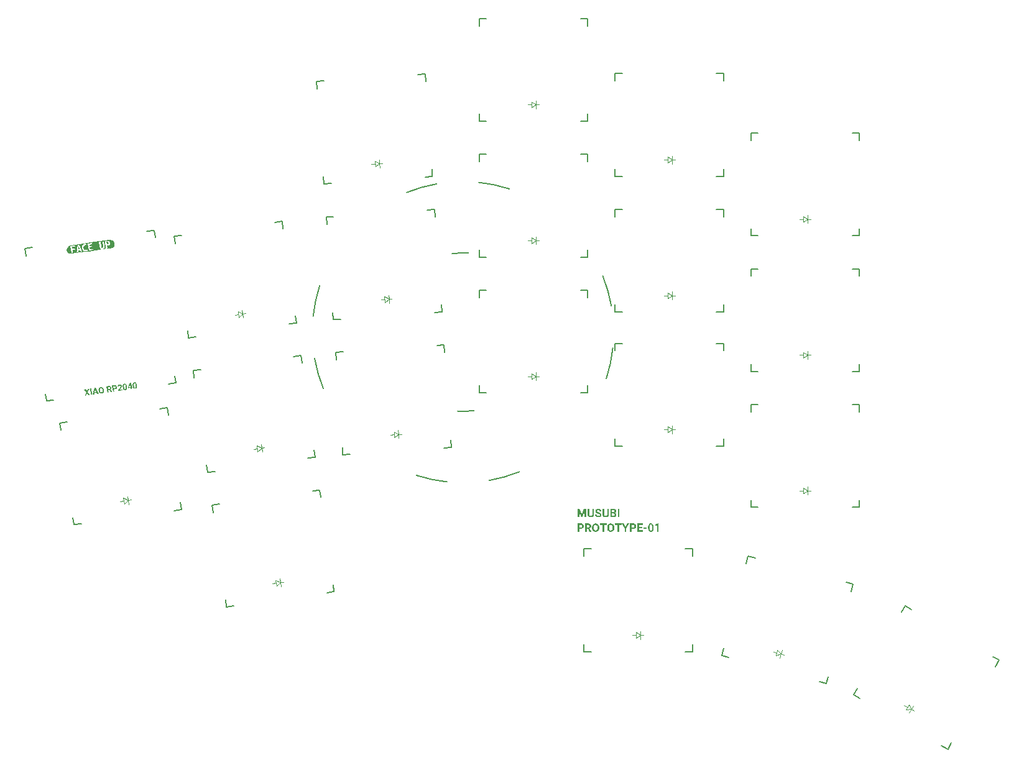
<source format=gto>
G04 #@! TF.GenerationSoftware,KiCad,Pcbnew,(6.0.7-1)-1*
G04 #@! TF.CreationDate,2022-12-29T15:50:44-05:00*
G04 #@! TF.ProjectId,musubi,6d757375-6269-42e6-9b69-6361645f7063,rev?*
G04 #@! TF.SameCoordinates,Original*
G04 #@! TF.FileFunction,Legend,Top*
G04 #@! TF.FilePolarity,Positive*
%FSLAX46Y46*%
G04 Gerber Fmt 4.6, Leading zero omitted, Abs format (unit mm)*
G04 Created by KiCad (PCBNEW (6.0.7-1)-1) date 2022-12-29 15:50:44*
%MOMM*%
%LPD*%
G01*
G04 APERTURE LIST*
G04 Aperture macros list*
%AMHorizOval*
0 Thick line with rounded ends*
0 $1 width*
0 $2 $3 position (X,Y) of the first rounded end (center of the circle)*
0 $4 $5 position (X,Y) of the second rounded end (center of the circle)*
0 Add line between two ends*
20,1,$1,$2,$3,$4,$5,0*
0 Add two circle primitives to create the rounded ends*
1,1,$1,$2,$3*
1,1,$1,$4,$5*%
%AMRotRect*
0 Rectangle, with rotation*
0 The origin of the aperture is its center*
0 $1 length*
0 $2 width*
0 $3 Rotation angle, in degrees counterclockwise*
0 Add horizontal line*
21,1,$1,$2,0,0,$3*%
G04 Aperture macros list end*
%ADD10C,0.100000*%
%ADD11C,0.150000*%
%ADD12C,0.200000*%
%ADD13R,1.200000X1.200000*%
%ADD14O,0.300000X4.100000*%
%ADD15C,1.300000*%
%ADD16O,5.100000X0.300000*%
%ADD17O,2.000000X4.100000*%
%ADD18O,5.100000X4.100000*%
%ADD19C,1.600000*%
%ADD20C,1.400000*%
%ADD21RotRect,1.200000X1.200000X184.000000*%
%ADD22C,1.500000*%
%ADD23O,2.200000X1.600000*%
%ADD24HorizOval,0.300000X2.376643X0.334015X-2.376643X-0.334015X0*%
%ADD25HorizOval,0.300000X-0.264429X1.881509X0.264429X-1.881509X0*%
%ADD26HorizOval,4.100000X0.495134X0.069587X-0.495134X-0.069587X0*%
%ADD27HorizOval,2.000000X-0.146132X1.039781X0.146132X-1.039781X0*%
%ADD28RotRect,1.200000X1.200000X188.000000*%
%ADD29C,4.400000*%
%ADD30C,2.600000*%
%ADD31HorizOval,0.300000X2.394154X0.167416X-2.394154X-0.167416X0*%
%ADD32HorizOval,0.300000X-0.132537X1.895372X0.132537X-1.895372X0*%
%ADD33HorizOval,2.000000X-0.073244X1.047442X0.073244X-1.047442X0*%
%ADD34HorizOval,4.100000X0.498782X0.034878X-0.498782X-0.034878X0*%
%ADD35HorizOval,2.000000X-0.525000X-0.909327X0.525000X0.909327X0*%
%ADD36HorizOval,0.300000X2.078461X-1.200000X-2.078461X1.200000X0*%
%ADD37HorizOval,4.100000X0.433013X-0.250000X-0.433013X0.250000X0*%
%ADD38HorizOval,0.300000X-0.950000X-1.645448X0.950000X1.645448X0*%
%ADD39HorizOval,1.800000X0.470377X0.066107X-0.470377X-0.066107X0*%
%ADD40HorizOval,1.800000X-0.470377X-0.066107X0.470377X0.066107X0*%
%ADD41C,1.397000*%
%ADD42RotRect,1.200000X1.200000X165.000000*%
%ADD43RotRect,1.200000X1.200000X150.000000*%
%ADD44HorizOval,0.300000X2.318222X-0.621166X-2.318222X0.621166X0*%
%ADD45HorizOval,4.100000X0.482963X-0.129410X-0.482963X0.129410X0*%
%ADD46HorizOval,0.300000X-0.491756X-1.835259X0.491756X1.835259X0*%
%ADD47HorizOval,2.000000X-0.271760X-1.014222X0.271760X1.014222X0*%
G04 APERTURE END LIST*
D10*
X154618354Y-98392001D02*
X154618354Y-97592001D01*
X155218354Y-97992001D02*
X155218354Y-98542001D01*
X155218354Y-97992001D02*
X155218354Y-97442001D01*
X154618354Y-97992001D02*
X154118354Y-97992001D01*
X155618354Y-97992001D02*
X155218354Y-97992001D01*
X154618354Y-97592001D02*
X155218354Y-97992001D01*
X155218354Y-97992001D02*
X154618354Y-98392001D01*
D11*
X162268354Y-49504495D02*
X162268354Y-50504495D01*
X148468354Y-63504495D02*
X147468354Y-63504495D01*
X161268346Y-63504331D02*
X162268346Y-63504331D01*
X147468354Y-49504495D02*
X148468354Y-49504495D01*
X147468346Y-62504331D02*
X147468346Y-63504331D01*
X147468354Y-50504495D02*
X147468354Y-49504495D01*
X162268346Y-49504331D02*
X161268346Y-49504331D01*
X162268346Y-63504331D02*
X162268346Y-62504331D01*
D10*
X117970124Y-98654008D02*
X117931758Y-98105348D01*
X117343683Y-98296836D02*
X117970124Y-98654008D01*
X117970124Y-98654008D02*
X118008490Y-99202668D01*
X117399489Y-99094888D02*
X117343683Y-98296836D01*
X117371586Y-98695862D02*
X116872804Y-98730740D01*
X118369150Y-98626106D02*
X117970124Y-98654008D01*
X117970124Y-98654008D02*
X117399489Y-99094888D01*
X137095055Y-53741968D02*
X136695055Y-53741968D01*
X136095055Y-53741968D02*
X135595055Y-53741968D01*
X136695055Y-53741968D02*
X136095055Y-54141968D01*
X136095055Y-54141968D02*
X136095055Y-53341968D01*
X136695055Y-53741968D02*
X136695055Y-53191968D01*
X136095055Y-53341968D02*
X136695055Y-53741968D01*
X136695055Y-53741968D02*
X136695055Y-54291968D01*
X173694979Y-69341961D02*
X173694979Y-69891961D01*
X173694979Y-69341961D02*
X173694979Y-68791961D01*
X173094979Y-68941961D02*
X173694979Y-69341961D01*
X174094979Y-69341961D02*
X173694979Y-69341961D01*
X173094979Y-69741961D02*
X173094979Y-68941961D01*
X173094979Y-69341961D02*
X172594979Y-69341961D01*
X173694979Y-69341961D02*
X173094979Y-69741961D01*
D11*
X157991707Y-114268116D02*
X156991707Y-114268116D01*
X157991715Y-114268280D02*
X157991715Y-115268280D01*
X143191715Y-115268280D02*
X143191715Y-114268280D01*
X157991707Y-128268116D02*
X157991707Y-127268116D01*
X143191707Y-127268116D02*
X143191707Y-128268116D01*
X156991707Y-128268116D02*
X157991707Y-128268116D01*
X143191715Y-114268280D02*
X144191715Y-114268280D01*
X144191715Y-128268280D02*
X143191715Y-128268280D01*
X92597347Y-108298650D02*
X93587615Y-108159477D01*
X108211439Y-120241653D02*
X109201707Y-120102480D01*
X92736520Y-109288918D02*
X92597347Y-108298650D01*
X95536039Y-122023230D02*
X94545771Y-122162403D01*
X109201707Y-120102480D02*
X109062534Y-119112212D01*
X107253284Y-106238727D02*
X106263016Y-106377900D01*
X107253315Y-106238888D02*
X107392488Y-107229156D01*
X94406567Y-121171973D02*
X94545740Y-122162241D01*
D10*
X101905467Y-118843324D02*
X101366975Y-119322936D01*
X102301574Y-118787655D02*
X101905467Y-118843324D01*
X101905467Y-118843324D02*
X101982012Y-119387972D01*
X101905467Y-118843324D02*
X101828922Y-118298677D01*
X101311306Y-118926828D02*
X100816172Y-118996415D01*
X101366975Y-119322936D02*
X101255637Y-118530721D01*
X101255637Y-118530721D02*
X101905467Y-118843324D01*
X173094977Y-87441952D02*
X173694977Y-87841952D01*
X173694977Y-87841952D02*
X173694977Y-88391952D01*
X173694977Y-87841952D02*
X173694977Y-87291952D01*
X174094977Y-87841952D02*
X173694977Y-87841952D01*
X173694977Y-87841952D02*
X173094977Y-88241952D01*
X173094977Y-87841952D02*
X172594977Y-87841952D01*
X173094977Y-88241952D02*
X173094977Y-87441952D01*
G36*
X78497116Y-92926933D02*
G01*
X78324405Y-92951206D01*
X78222851Y-92228606D01*
X78398972Y-92228606D01*
X78434330Y-92480189D01*
X78573650Y-92460609D01*
X78630202Y-92444222D01*
X78669745Y-92413347D01*
X78690983Y-92370220D01*
X78692615Y-92317081D01*
X78676752Y-92265300D01*
X78645829Y-92228551D01*
X78599575Y-92209073D01*
X78537717Y-92209107D01*
X78398972Y-92228606D01*
X78222851Y-92228606D01*
X78206601Y-92112984D01*
X78518056Y-92069212D01*
X78610563Y-92063713D01*
X78690041Y-92075047D01*
X78756490Y-92103215D01*
X78808324Y-92147137D01*
X78843955Y-92205729D01*
X78863383Y-92278991D01*
X78865155Y-92358952D01*
X78846357Y-92427272D01*
X78806885Y-92485289D01*
X78746632Y-92534339D01*
X78976119Y-92851395D01*
X78977251Y-92859455D01*
X78791875Y-92885508D01*
X78591584Y-92600746D01*
X78453991Y-92620084D01*
X78497116Y-92926933D01*
G37*
G36*
X80693499Y-92619752D02*
G01*
X80619413Y-92599440D01*
X80556832Y-92557030D01*
X80506650Y-92493765D01*
X80469758Y-92410888D01*
X80446157Y-92308402D01*
X80424473Y-92154113D01*
X80417435Y-92045320D01*
X80421962Y-92009893D01*
X80582308Y-92009893D01*
X80585754Y-92094461D01*
X80614396Y-92298260D01*
X80633927Y-92386584D01*
X80663718Y-92446609D01*
X80705308Y-92478850D01*
X80760239Y-92483825D01*
X80811093Y-92464497D01*
X80841606Y-92423663D01*
X80853691Y-92360322D01*
X80849263Y-92273470D01*
X80821269Y-92074278D01*
X80801492Y-91985253D01*
X80771452Y-91926585D01*
X80729960Y-91896091D01*
X80675831Y-91891590D01*
X80626397Y-91910058D01*
X80595539Y-91948960D01*
X80582308Y-92009893D01*
X80421962Y-92009893D01*
X80429224Y-91953058D01*
X80459838Y-91877328D01*
X80508420Y-91818968D01*
X80574106Y-91778818D01*
X80656898Y-91756876D01*
X80742486Y-91755056D01*
X80816558Y-91775271D01*
X80879116Y-91817522D01*
X80929276Y-91880627D01*
X80966154Y-91963408D01*
X80989750Y-92065863D01*
X81011434Y-92220150D01*
X81018452Y-92328099D01*
X81006925Y-92420128D01*
X80976852Y-92496239D01*
X80928649Y-92555198D01*
X80862728Y-92595773D01*
X80779091Y-92617964D01*
X80693499Y-92619752D01*
G37*
G36*
X76263392Y-93240863D02*
G01*
X76090681Y-93265136D01*
X75972877Y-92426913D01*
X76145588Y-92402640D01*
X76263392Y-93240863D01*
G37*
G36*
X77483373Y-93075472D02*
G01*
X77419043Y-93067488D01*
X77358138Y-93047672D01*
X77302369Y-93016601D01*
X77253449Y-92974847D01*
X77211377Y-92922411D01*
X77177219Y-92860839D01*
X77152039Y-92791678D01*
X77135839Y-92714929D01*
X77130013Y-92673479D01*
X77123836Y-92593558D01*
X77125684Y-92563951D01*
X77298765Y-92563951D01*
X77304460Y-92644852D01*
X77310205Y-92685727D01*
X77326580Y-92764181D01*
X77351647Y-92828366D01*
X77385407Y-92878285D01*
X77450441Y-92923303D01*
X77531225Y-92930002D01*
X77605684Y-92902145D01*
X77655200Y-92843011D01*
X77673803Y-92786939D01*
X77680221Y-92718426D01*
X77674453Y-92637471D01*
X77668709Y-92596595D01*
X77652100Y-92516478D01*
X77626978Y-92451909D01*
X77593344Y-92402886D01*
X77528841Y-92359555D01*
X77449002Y-92353310D01*
X77374378Y-92381044D01*
X77324370Y-92439807D01*
X77305402Y-92495603D01*
X77298765Y-92563951D01*
X77125684Y-92563951D01*
X77128501Y-92518834D01*
X77144005Y-92449305D01*
X77169708Y-92386659D01*
X77204966Y-92332586D01*
X77249776Y-92287084D01*
X77302742Y-92251102D01*
X77362462Y-92225586D01*
X77428936Y-92210536D01*
X77496984Y-92206680D01*
X77561424Y-92214746D01*
X77622256Y-92234736D01*
X77677873Y-92266123D01*
X77726668Y-92308383D01*
X77768643Y-92361518D01*
X77802703Y-92424015D01*
X77827756Y-92494368D01*
X77843803Y-92572574D01*
X77849062Y-92609996D01*
X77855321Y-92689806D01*
X77850904Y-92764202D01*
X77835812Y-92833185D01*
X77810526Y-92895314D01*
X77775530Y-92949156D01*
X77730824Y-92994708D01*
X77677817Y-93030859D01*
X77617919Y-93056498D01*
X77551129Y-93071624D01*
X77483373Y-93075472D01*
G37*
G36*
X79249559Y-92821184D02*
G01*
X79076849Y-92845457D01*
X78975294Y-92122857D01*
X79151416Y-92122857D01*
X79188392Y-92385953D01*
X79342679Y-92364270D01*
X79401923Y-92347725D01*
X79442638Y-92317345D01*
X79464122Y-92274405D01*
X79465674Y-92220176D01*
X79448778Y-92165752D01*
X79415407Y-92125677D01*
X79368184Y-92102960D01*
X79309733Y-92100607D01*
X79151416Y-92122857D01*
X78975294Y-92122857D01*
X78959044Y-92007235D01*
X79286042Y-91961278D01*
X79375986Y-91957443D01*
X79456987Y-91972478D01*
X79526263Y-92005378D01*
X79581029Y-92055140D01*
X79619516Y-92119080D01*
X79639950Y-92194509D01*
X79641309Y-92272170D01*
X79622297Y-92340888D01*
X79582917Y-92400661D01*
X79525045Y-92449075D01*
X79450560Y-92483711D01*
X79359462Y-92504570D01*
X79208053Y-92525849D01*
X79249559Y-92821184D01*
G37*
G36*
X76569572Y-93021710D02*
G01*
X76536274Y-93202512D01*
X76352626Y-93228322D01*
X76430367Y-92875261D01*
X76596543Y-92875261D01*
X76806099Y-92845810D01*
X76656649Y-92546858D01*
X76596543Y-92875261D01*
X76430367Y-92875261D01*
X76546852Y-92346246D01*
X76706897Y-92323753D01*
X77138459Y-93117880D01*
X76954810Y-93143690D01*
X76872392Y-92979151D01*
X76616204Y-93015156D01*
X76569572Y-93021710D01*
G37*
G36*
X75682994Y-92891521D02*
G01*
X75992812Y-93278890D01*
X75791892Y-93307128D01*
X75589431Y-93036174D01*
X75469499Y-93352437D01*
X75268579Y-93380675D01*
X75459622Y-92922914D01*
X75157107Y-92541562D01*
X75355724Y-92513648D01*
X75553507Y-92780563D01*
X75670058Y-92469472D01*
X75868675Y-92441558D01*
X75682994Y-92891521D01*
G37*
G36*
X82046399Y-92429615D02*
G01*
X81972312Y-92409303D01*
X81909732Y-92366893D01*
X81859549Y-92303627D01*
X81822658Y-92220751D01*
X81799057Y-92118264D01*
X81777373Y-91963975D01*
X81770335Y-91855182D01*
X81774861Y-91819755D01*
X81935208Y-91819755D01*
X81938654Y-91904324D01*
X81967296Y-92108122D01*
X81986827Y-92196446D01*
X82016618Y-92256471D01*
X82058208Y-92288712D01*
X82113138Y-92293688D01*
X82163992Y-92274359D01*
X82194505Y-92233525D01*
X82206591Y-92170184D01*
X82202164Y-92083332D01*
X82174169Y-91884140D01*
X82154393Y-91795115D01*
X82124352Y-91736447D01*
X82082861Y-91705954D01*
X82028731Y-91701452D01*
X81979298Y-91719921D01*
X81948439Y-91758822D01*
X81935208Y-91819755D01*
X81774861Y-91819755D01*
X81782123Y-91762921D01*
X81812739Y-91687191D01*
X81861319Y-91628831D01*
X81927007Y-91588680D01*
X82009799Y-91566738D01*
X82095385Y-91564918D01*
X82169458Y-91585134D01*
X82232016Y-91627384D01*
X82282176Y-91690490D01*
X82319054Y-91773270D01*
X82342650Y-91875725D01*
X82364334Y-92030013D01*
X82371352Y-92137962D01*
X82359824Y-92229991D01*
X82329752Y-92306102D01*
X82281548Y-92365060D01*
X82215628Y-92405635D01*
X82131990Y-92427826D01*
X82046399Y-92429615D01*
G37*
G36*
X81129070Y-92372108D02*
G01*
X81106861Y-92268382D01*
X81130674Y-92215720D01*
X81268536Y-92215720D01*
X81453913Y-92189667D01*
X81412325Y-91893756D01*
X81404057Y-91914291D01*
X81268536Y-92215720D01*
X81130674Y-92215720D01*
X81378720Y-91667172D01*
X81546824Y-91643546D01*
X81620290Y-92166284D01*
X81715282Y-92152934D01*
X81734134Y-92287072D01*
X81639142Y-92300423D01*
X81664629Y-92481768D01*
X81498251Y-92505151D01*
X81472765Y-92323805D01*
X81287388Y-92349858D01*
X81129070Y-92372108D01*
G37*
G36*
X80125571Y-91859728D02*
G01*
X80184638Y-91886652D01*
X80231082Y-91928199D01*
X80263200Y-91983371D01*
X80280989Y-92052167D01*
X80281749Y-92116052D01*
X80266551Y-92183353D01*
X80232607Y-92259305D01*
X80177133Y-92349146D01*
X80014813Y-92576847D01*
X80375203Y-92526197D01*
X80394055Y-92660336D01*
X79819504Y-92741084D01*
X79803484Y-92627095D01*
X80034022Y-92299984D01*
X80074568Y-92236018D01*
X80101667Y-92181869D01*
X80116302Y-92091751D01*
X80102240Y-92042871D01*
X80075753Y-92007921D01*
X79990665Y-91987297D01*
X79941584Y-92004101D01*
X79907180Y-92038657D01*
X79889105Y-92087062D01*
X79889015Y-92145416D01*
X79722060Y-92168880D01*
X79720904Y-92094337D01*
X79738957Y-92023846D01*
X79775130Y-91961155D01*
X79828339Y-91910014D01*
X79895789Y-91873016D01*
X79974691Y-91852754D01*
X80055589Y-91848429D01*
X80125571Y-91859728D01*
G37*
D11*
X110327056Y-100453868D02*
X110396813Y-101451432D01*
X109489998Y-88483262D02*
X109420242Y-87485698D01*
X109420242Y-87485698D02*
X110417806Y-87415942D01*
X124184190Y-86453302D02*
X124253946Y-87450866D01*
X124184170Y-86453139D02*
X123186606Y-86522896D01*
X111394396Y-101381838D02*
X110396832Y-101451595D01*
X124163197Y-100488792D02*
X125160761Y-100419036D01*
X125160761Y-100419036D02*
X125091004Y-99421472D01*
X186964961Y-122031539D02*
X187830986Y-122531539D01*
X191916187Y-141055749D02*
X192782212Y-141555749D01*
X180830986Y-134655895D02*
X179964961Y-134155895D01*
X186464961Y-122897565D02*
X186964961Y-122031539D01*
X199782212Y-129431393D02*
X198916187Y-128931393D01*
X199782137Y-129431539D02*
X199282137Y-130297565D01*
X192782212Y-141555749D02*
X193282212Y-140689724D01*
X180465036Y-133289724D02*
X179965036Y-134155749D01*
X74774938Y-110820994D02*
X73784670Y-110960167D01*
X73645466Y-109969737D02*
X73784639Y-110960005D01*
X87450338Y-109039417D02*
X88440606Y-108900244D01*
X86492183Y-95036491D02*
X85501915Y-95175664D01*
X71975419Y-98086682D02*
X71836246Y-97096414D01*
X86492214Y-95036652D02*
X86631387Y-96026920D01*
X71836246Y-97096414D02*
X72826514Y-96957241D01*
X88440606Y-108900244D02*
X88301433Y-107909976D01*
D12*
X127508925Y-73964823D02*
G75*
G03*
X126379164Y-73945102I-753024J-10768603D01*
G01*
X133086606Y-65214563D02*
G75*
G03*
X128902506Y-64326179I-6330702J-19518963D01*
G01*
X146963800Y-81168609D02*
G75*
G03*
X145785713Y-77056674I-20207915J-3564924D01*
G01*
X146274868Y-91064226D02*
G75*
G03*
X147163251Y-86880128I-19519014J6330710D01*
G01*
X106548008Y-88298443D02*
G75*
G03*
X107726096Y-92410380I20207849J3564905D01*
G01*
X126002883Y-95502230D02*
G75*
G03*
X127132644Y-95521950I753018J10768625D01*
G01*
X120425204Y-104252489D02*
G75*
G03*
X124609302Y-105140873I6330700J19518963D01*
G01*
X130320821Y-104941422D02*
G75*
G03*
X134432758Y-103763334I-3564917J20207896D01*
G01*
X123190987Y-64525630D02*
G75*
G03*
X119079049Y-65703718I3564912J-20207879D01*
G01*
X127132644Y-95521951D02*
G75*
G03*
X128258278Y-95423470I-376737J10788325D01*
G01*
X126379164Y-73945102D02*
G75*
G03*
X125253530Y-74043582I376731J-10788345D01*
G01*
X107236942Y-78402823D02*
G75*
G03*
X106348557Y-82586924I19518945J-6330700D01*
G01*
D11*
X165944975Y-95592115D02*
X165944975Y-94592115D01*
X165944967Y-107591951D02*
X165944967Y-108591951D01*
X180744975Y-94592115D02*
X180744975Y-95592115D01*
X179744967Y-108591951D02*
X180744967Y-108591951D01*
X180744967Y-108591951D02*
X180744967Y-107591951D01*
X180744967Y-94591951D02*
X179744967Y-94591951D01*
X166944975Y-108592115D02*
X165944975Y-108592115D01*
X165944975Y-94592115D02*
X166944975Y-94592115D01*
D10*
X136700019Y-90741977D02*
X136100019Y-91141977D01*
X137100019Y-90741977D02*
X136700019Y-90741977D01*
X136100019Y-90741977D02*
X135600019Y-90741977D01*
X136100019Y-90341977D02*
X136700019Y-90741977D01*
X136700019Y-90741977D02*
X136700019Y-90191977D01*
X136100019Y-91141977D02*
X136100019Y-90341977D01*
X136700019Y-90741977D02*
X136700019Y-91291977D01*
X115390356Y-61761419D02*
X115428722Y-62310079D01*
X114791818Y-61803273D02*
X114293036Y-61838151D01*
X115390356Y-61761419D02*
X114819721Y-62202299D01*
X115789382Y-61733517D02*
X115390356Y-61761419D01*
X114819721Y-62202299D02*
X114763915Y-61404247D01*
X115390356Y-61761419D02*
X115351990Y-61212759D01*
X114763915Y-61404247D02*
X115390356Y-61761419D01*
D11*
X143745054Y-42004482D02*
X143745054Y-43004482D01*
X143745046Y-42004318D02*
X142745046Y-42004318D01*
X142745046Y-56004318D02*
X143745046Y-56004318D01*
X129945054Y-56004482D02*
X128945054Y-56004482D01*
X128945054Y-43004482D02*
X128945054Y-42004482D01*
X128945054Y-42004482D02*
X129945054Y-42004482D01*
X143745046Y-56004318D02*
X143745046Y-55004318D01*
X128945046Y-55004318D02*
X128945046Y-56004318D01*
X90161127Y-90964004D02*
X90021954Y-89973736D01*
X105636046Y-101916739D02*
X106626314Y-101777566D01*
X92960646Y-103698316D02*
X91970378Y-103837489D01*
X104677891Y-87913813D02*
X103687623Y-88052986D01*
X91831174Y-102847059D02*
X91970347Y-103837327D01*
X104677922Y-87913974D02*
X104817095Y-88904242D01*
X106626314Y-101777566D02*
X106487141Y-100787298D01*
X90021954Y-89973736D02*
X91012222Y-89834563D01*
G36*
X148370162Y-110982653D02*
G01*
X148026961Y-110982653D01*
X148026961Y-111916070D01*
X147796108Y-111916070D01*
X147796108Y-110982653D01*
X147457523Y-110982653D01*
X147457523Y-110795662D01*
X148370162Y-110795662D01*
X148370162Y-110982653D01*
G37*
G36*
X152136488Y-111877765D02*
G01*
X152062273Y-111810647D01*
X152008151Y-111718476D01*
X151975062Y-111603050D01*
X151964545Y-111482066D01*
X152185395Y-111482066D01*
X152194725Y-111601436D01*
X152222716Y-111685601D01*
X152271292Y-111735523D01*
X152342375Y-111752164D01*
X152412593Y-111736196D01*
X152460110Y-111688294D01*
X152487620Y-111607496D01*
X152497816Y-111492839D01*
X152497816Y-111226588D01*
X152488294Y-111106256D01*
X152459725Y-111023822D01*
X152410958Y-110976209D01*
X152340836Y-110960338D01*
X152272638Y-110975439D01*
X152225025Y-111020744D01*
X152196457Y-111098176D01*
X152185395Y-111209659D01*
X152185395Y-111482066D01*
X151964545Y-111482066D01*
X151963007Y-111464367D01*
X151963007Y-111258138D01*
X151973822Y-111114240D01*
X152006270Y-110995479D01*
X152060350Y-110901855D01*
X152134778Y-110834309D01*
X152228274Y-110793781D01*
X152340836Y-110780272D01*
X152453356Y-110793653D01*
X152546723Y-110833796D01*
X152620938Y-110900700D01*
X152675060Y-110992657D01*
X152708149Y-111107955D01*
X152720205Y-111246595D01*
X152720205Y-111452824D01*
X152709517Y-111595611D01*
X152677454Y-111714116D01*
X152624016Y-111808338D01*
X152549972Y-111876739D01*
X152456092Y-111917780D01*
X152342375Y-111931460D01*
X152229856Y-111918036D01*
X152136488Y-111877765D01*
G37*
G36*
X146810410Y-108803081D02*
G01*
X147205735Y-108803081D01*
X147331653Y-108811823D01*
X147435523Y-108838049D01*
X147517344Y-108881759D01*
X147576341Y-108942349D01*
X147611739Y-109019218D01*
X147623539Y-109112365D01*
X147612881Y-109190364D01*
X147580906Y-109258480D01*
X147529940Y-109313225D01*
X147462308Y-109351110D01*
X147539920Y-109383860D01*
X147599122Y-109438701D01*
X147636619Y-109511953D01*
X147649119Y-109599932D01*
X147637578Y-109699667D01*
X147602954Y-109781833D01*
X147545249Y-109846428D01*
X147466184Y-109893109D01*
X147367482Y-109921531D01*
X147249143Y-109931695D01*
X146810410Y-109931695D01*
X146810410Y-109744884D01*
X147042954Y-109744884D01*
X147242167Y-109744884D01*
X147315321Y-109735098D01*
X147370454Y-109705739D01*
X147416575Y-109597606D01*
X147398746Y-109511221D01*
X147345261Y-109458769D01*
X147256119Y-109440252D01*
X147042954Y-109440252D01*
X147042954Y-109744884D01*
X146810410Y-109744884D01*
X146810410Y-109275921D01*
X147042954Y-109275921D01*
X147215037Y-109275921D01*
X147312791Y-109258953D01*
X147371444Y-109212186D01*
X147390995Y-109135619D01*
X147379852Y-109069635D01*
X147346424Y-109025161D01*
X147288966Y-108999872D01*
X147205735Y-108991442D01*
X147042954Y-108991442D01*
X147042954Y-109275921D01*
X146810410Y-109275921D01*
X146810410Y-108803081D01*
G37*
G36*
X142584214Y-111916070D02*
G01*
X142353360Y-111916070D01*
X142353360Y-111334320D01*
X142584214Y-111334320D01*
X142790442Y-111334320D01*
X142871145Y-111323546D01*
X142930108Y-111291227D01*
X142966179Y-111238900D01*
X142978203Y-111168105D01*
X142966083Y-111093655D01*
X142929724Y-111034980D01*
X142872010Y-110996505D01*
X142795829Y-110982653D01*
X142584214Y-110982653D01*
X142584214Y-111334320D01*
X142353360Y-111334320D01*
X142353360Y-110795662D01*
X142790442Y-110795662D01*
X142909043Y-110807205D01*
X143012446Y-110841833D01*
X143097188Y-110897719D01*
X143159807Y-110973034D01*
X143198475Y-111063933D01*
X143211364Y-111166566D01*
X143198839Y-111268612D01*
X143161261Y-111355182D01*
X143098631Y-111426276D01*
X143013857Y-111479073D01*
X142909845Y-111510751D01*
X142786595Y-111521311D01*
X142584214Y-111521311D01*
X142584214Y-111916070D01*
G37*
G36*
X146711098Y-111901705D02*
G01*
X146634916Y-111864512D01*
X146567541Y-111813511D01*
X146511111Y-111749770D01*
X146465624Y-111673289D01*
X146432193Y-111586292D01*
X146411929Y-111491000D01*
X146404833Y-111387416D01*
X146404833Y-111381260D01*
X146638764Y-111381260D01*
X146645775Y-111487110D01*
X146666808Y-111575860D01*
X146701864Y-111647510D01*
X146778815Y-111718498D01*
X146883468Y-111742160D01*
X146986198Y-111719363D01*
X147061995Y-111650973D01*
X147096708Y-111580905D01*
X147117741Y-111492283D01*
X147125095Y-111385107D01*
X147125095Y-111330472D01*
X147118083Y-111222399D01*
X147097050Y-111133135D01*
X147061995Y-111062682D01*
X146985428Y-110994004D01*
X146881929Y-110971111D01*
X146779007Y-110993715D01*
X146702633Y-111061528D01*
X146667492Y-111131169D01*
X146646203Y-111219534D01*
X146638764Y-111326625D01*
X146638764Y-111381260D01*
X146404833Y-111381260D01*
X146404833Y-111332011D01*
X146411459Y-111226118D01*
X146431338Y-111129031D01*
X146464470Y-111040751D01*
X146509700Y-110963373D01*
X146565874Y-110898990D01*
X146632993Y-110847604D01*
X146709046Y-110810198D01*
X146792025Y-110787753D01*
X146881929Y-110780272D01*
X146971834Y-110787753D01*
X147054813Y-110810198D01*
X147130866Y-110847604D01*
X147197984Y-110898990D01*
X147254158Y-110963373D01*
X147299389Y-111040751D01*
X147332520Y-111128946D01*
X147352399Y-111225776D01*
X147359026Y-111331242D01*
X147359026Y-111381260D01*
X147352528Y-111487025D01*
X147333033Y-111583727D01*
X147300543Y-111671365D01*
X147255954Y-111748145D01*
X147200165Y-111812271D01*
X147133174Y-111863743D01*
X147057036Y-111901363D01*
X146973800Y-111923936D01*
X146883468Y-111931460D01*
X146793949Y-111924021D01*
X146711098Y-111901705D01*
G37*
G36*
X148888043Y-111300461D02*
G01*
X149121205Y-110795662D01*
X149373604Y-110795662D01*
X149005778Y-111509768D01*
X149005778Y-111916070D01*
X148771077Y-111916070D01*
X148771077Y-111509768D01*
X148403251Y-110795662D01*
X148656420Y-110795662D01*
X148888043Y-111300461D01*
G37*
G36*
X151796792Y-111525928D02*
G01*
X151363558Y-111525928D01*
X151363558Y-111346632D01*
X151796792Y-111346632D01*
X151796792Y-111525928D01*
G37*
G36*
X145307789Y-108798527D02*
G01*
X145408945Y-108831374D01*
X145492952Y-108884181D01*
X145555836Y-108955010D01*
X145595077Y-109040276D01*
X145608158Y-109136394D01*
X145375614Y-109136394D01*
X145363406Y-109067503D01*
X145326780Y-109015859D01*
X145268062Y-108983593D01*
X145189579Y-108972838D01*
X145113808Y-108981849D01*
X145057029Y-109008883D01*
X145009745Y-109103838D01*
X145065168Y-109196080D01*
X145133671Y-109232125D01*
X145228336Y-109265844D01*
X145348656Y-109308821D01*
X145445033Y-109358172D01*
X145517466Y-109413897D01*
X145585485Y-109513115D01*
X145608158Y-109634038D01*
X145595842Y-109724687D01*
X145558893Y-109801298D01*
X145497312Y-109863869D01*
X145414888Y-109910163D01*
X145315411Y-109937939D01*
X145198881Y-109947197D01*
X145074470Y-109935280D01*
X144961686Y-109899526D01*
X144867409Y-109843037D01*
X144798518Y-109768914D01*
X144756369Y-109679384D01*
X144742319Y-109576677D01*
X144975638Y-109576677D01*
X144989591Y-109658407D01*
X145031449Y-109716785D01*
X145101212Y-109751812D01*
X145198881Y-109763488D01*
X145272713Y-109755058D01*
X145328330Y-109729769D01*
X145374839Y-109635589D01*
X145328330Y-109534432D01*
X145263218Y-109498194D01*
X145160898Y-109460018D01*
X145052572Y-109421164D01*
X144969437Y-109382891D01*
X144862639Y-109305635D01*
X144798561Y-109212359D01*
X144777201Y-109103063D01*
X144790088Y-109016537D01*
X144828748Y-108939895D01*
X144891535Y-108876042D01*
X144976801Y-108827886D01*
X145079217Y-108797655D01*
X145193455Y-108787578D01*
X145307789Y-108798527D01*
G37*
G36*
X143369884Y-111916070D02*
G01*
X143369884Y-111318929D01*
X143600737Y-111318929D01*
X143786958Y-111318929D01*
X143864102Y-111307868D01*
X143921623Y-111274683D01*
X143957405Y-111222067D01*
X143969332Y-111152715D01*
X143958078Y-111081920D01*
X143924316Y-111028054D01*
X143867276Y-110994004D01*
X143786189Y-110982653D01*
X143600737Y-110982653D01*
X143600737Y-111318929D01*
X143369884Y-111318929D01*
X143369884Y-110795662D01*
X143786189Y-110795662D01*
X143908455Y-110805495D01*
X144010544Y-110834993D01*
X144092454Y-110884156D01*
X144152305Y-110951274D01*
X144188215Y-111034638D01*
X144200185Y-111134247D01*
X144187777Y-111239381D01*
X144150552Y-111325470D01*
X144088125Y-111394245D01*
X144000113Y-111447438D01*
X144242508Y-111905296D01*
X144242508Y-111916070D01*
X143994726Y-111916070D01*
X143784650Y-111505920D01*
X143600737Y-111505920D01*
X143600737Y-111916070D01*
X143369884Y-111916070D01*
G37*
G36*
X148070798Y-109931695D02*
G01*
X147838254Y-109931695D01*
X147838254Y-108803081D01*
X148070798Y-108803081D01*
X148070798Y-109931695D01*
G37*
G36*
X149706802Y-111916070D02*
G01*
X149475949Y-111916070D01*
X149475949Y-111334320D01*
X149706802Y-111334320D01*
X149913031Y-111334320D01*
X149993733Y-111323546D01*
X150052697Y-111291227D01*
X150088768Y-111238900D01*
X150100791Y-111168105D01*
X150088672Y-111093655D01*
X150052312Y-111034980D01*
X149994599Y-110996505D01*
X149918417Y-110982653D01*
X149706802Y-110982653D01*
X149706802Y-111334320D01*
X149475949Y-111334320D01*
X149475949Y-110795662D01*
X149913031Y-110795662D01*
X150031632Y-110807205D01*
X150135035Y-110841833D01*
X150219777Y-110897719D01*
X150282396Y-110973034D01*
X150321064Y-111063933D01*
X150333953Y-111166566D01*
X150321427Y-111268612D01*
X150283849Y-111355182D01*
X150221220Y-111426276D01*
X150136445Y-111479073D01*
X150032433Y-111510751D01*
X149909183Y-111521311D01*
X149706802Y-111521311D01*
X149706802Y-111916070D01*
G37*
G36*
X146307105Y-110982653D02*
G01*
X145963903Y-110982653D01*
X145963903Y-111916070D01*
X145733050Y-111916070D01*
X145733050Y-110982653D01*
X145394466Y-110982653D01*
X145394466Y-110795662D01*
X146307105Y-110795662D01*
X146307105Y-110982653D01*
G37*
G36*
X153410456Y-111916070D02*
G01*
X153188067Y-111916070D01*
X153188067Y-111058835D01*
X152922586Y-111141173D01*
X152922586Y-110960338D01*
X153386601Y-110794123D01*
X153410456Y-110794123D01*
X153410456Y-111916070D01*
G37*
G36*
X151241975Y-110982653D02*
G01*
X150723325Y-110982653D01*
X150723325Y-111249673D01*
X151166563Y-111249673D01*
X151166563Y-111430508D01*
X150723325Y-111430508D01*
X150723325Y-111730617D01*
X151243514Y-111730617D01*
X151243514Y-111916070D01*
X150492472Y-111916070D01*
X150492472Y-110795662D01*
X151241975Y-110795662D01*
X151241975Y-110982653D01*
G37*
G36*
X143966398Y-109547997D02*
G01*
X143979672Y-109643824D01*
X144019495Y-109709615D01*
X144082767Y-109747694D01*
X144166386Y-109760387D01*
X144252378Y-109747500D01*
X144314245Y-109708840D01*
X144351985Y-109644406D01*
X144365598Y-109554198D01*
X144365598Y-108803081D01*
X144598917Y-108803081D01*
X144598917Y-109546447D01*
X144586041Y-109661341D01*
X144547413Y-109759009D01*
X144483033Y-109839452D01*
X144396346Y-109899311D01*
X144290797Y-109935226D01*
X144166386Y-109947197D01*
X144043654Y-109935570D01*
X143939009Y-109900689D01*
X143852451Y-109842553D01*
X143787597Y-109764091D01*
X143748065Y-109668231D01*
X143733854Y-109554973D01*
X143733854Y-108803081D01*
X143966398Y-108803081D01*
X143966398Y-109547997D01*
G37*
G36*
X145987205Y-109547997D02*
G01*
X146000479Y-109643824D01*
X146040302Y-109709615D01*
X146103574Y-109747694D01*
X146187192Y-109760387D01*
X146273185Y-109747500D01*
X146335052Y-109708840D01*
X146372792Y-109644406D01*
X146386405Y-109554198D01*
X146386405Y-108803081D01*
X146619724Y-108803081D01*
X146619724Y-109546447D01*
X146606848Y-109661341D01*
X146568220Y-109759009D01*
X146503840Y-109839452D01*
X146417153Y-109899311D01*
X146311603Y-109935226D01*
X146187192Y-109947197D01*
X146064461Y-109935570D01*
X145959816Y-109900689D01*
X145873258Y-109842553D01*
X145808404Y-109764091D01*
X145768872Y-109668231D01*
X145754661Y-109554973D01*
X145754661Y-108803081D01*
X145987205Y-108803081D01*
X145987205Y-109547997D01*
G37*
G36*
X142947855Y-109621636D02*
G01*
X143236210Y-108803081D01*
X143541617Y-108803081D01*
X143541617Y-109931695D01*
X143308298Y-109931695D01*
X143308298Y-109623186D01*
X143331553Y-109090661D01*
X143026920Y-109931695D01*
X142867240Y-109931695D01*
X142563383Y-109091436D01*
X142586637Y-109623186D01*
X142586637Y-109931695D01*
X142354093Y-109931695D01*
X142354093Y-108803081D01*
X142657950Y-108803081D01*
X142947855Y-109621636D01*
G37*
G36*
X144648040Y-111901705D02*
G01*
X144571859Y-111864512D01*
X144504484Y-111813511D01*
X144448053Y-111749770D01*
X144402567Y-111673289D01*
X144369136Y-111586292D01*
X144348872Y-111491000D01*
X144341775Y-111387416D01*
X144341775Y-111381260D01*
X144575706Y-111381260D01*
X144582718Y-111487110D01*
X144603751Y-111575860D01*
X144638806Y-111647510D01*
X144715757Y-111718498D01*
X144820411Y-111742160D01*
X144923140Y-111719363D01*
X144998937Y-111650973D01*
X145033651Y-111580905D01*
X145054684Y-111492283D01*
X145062037Y-111385107D01*
X145062037Y-111330472D01*
X145055026Y-111222399D01*
X145033993Y-111133135D01*
X144998937Y-111062682D01*
X144922371Y-110994004D01*
X144818872Y-110971111D01*
X144715950Y-110993715D01*
X144639576Y-111061528D01*
X144604435Y-111131169D01*
X144583145Y-111219534D01*
X144575706Y-111326625D01*
X144575706Y-111381260D01*
X144341775Y-111381260D01*
X144341775Y-111332011D01*
X144348402Y-111226118D01*
X144368281Y-111129031D01*
X144401412Y-111040751D01*
X144446642Y-110963373D01*
X144502817Y-110898990D01*
X144569935Y-110847604D01*
X144645988Y-110810198D01*
X144728967Y-110787753D01*
X144818872Y-110780272D01*
X144908776Y-110787753D01*
X144991755Y-110810198D01*
X145067808Y-110847604D01*
X145134927Y-110898990D01*
X145191101Y-110963373D01*
X145236331Y-111040751D01*
X145269463Y-111128946D01*
X145289342Y-111225776D01*
X145295968Y-111331242D01*
X145295968Y-111381260D01*
X145289470Y-111487025D01*
X145269976Y-111583727D01*
X145237485Y-111671365D01*
X145192897Y-111748145D01*
X145137107Y-111812271D01*
X145070117Y-111863743D01*
X144993978Y-111901363D01*
X144910743Y-111923936D01*
X144820411Y-111931460D01*
X144730891Y-111924021D01*
X144648040Y-111901705D01*
G37*
X143745022Y-74504304D02*
X143745022Y-73504304D01*
X142745022Y-74504304D02*
X143745022Y-74504304D01*
X143745030Y-60504468D02*
X143745030Y-61504468D01*
X143745022Y-60504304D02*
X142745022Y-60504304D01*
X128945030Y-60504468D02*
X129945030Y-60504468D01*
X129945030Y-74504468D02*
X128945030Y-74504468D01*
X128945030Y-61504468D02*
X128945030Y-60504468D01*
X128945022Y-73504304D02*
X128945022Y-74504304D01*
X87633153Y-91652565D02*
X87493980Y-90662297D01*
X84710518Y-70856935D02*
X83720250Y-70996109D01*
X70026186Y-94127063D02*
X69887013Y-93136795D01*
X84710518Y-70856935D02*
X84849691Y-71847203D01*
X67103551Y-73331433D02*
X67242724Y-74321701D01*
X87633153Y-91652565D02*
X86642885Y-91791738D01*
X70026186Y-94127063D02*
X71016454Y-93987889D01*
X67103551Y-73331433D02*
X68093819Y-73192260D01*
G36*
X78439057Y-72441543D02*
G01*
X78480549Y-72484407D01*
X78502334Y-72555288D01*
X78501287Y-72633386D01*
X78472958Y-72688466D01*
X78418292Y-72724403D01*
X78338237Y-72745073D01*
X78259634Y-72756120D01*
X78215447Y-72441709D01*
X78262842Y-72431040D01*
X78310680Y-72423517D01*
X78381289Y-72422610D01*
X78439057Y-72441543D01*
G37*
G36*
X75388525Y-73783036D02*
G01*
X74701538Y-73879585D01*
X73450186Y-74055451D01*
X73450055Y-74055470D01*
X73336668Y-74060173D01*
X73224540Y-74042665D01*
X73117983Y-74003618D01*
X73021091Y-73944532D01*
X72937588Y-73867680D01*
X72870682Y-73776014D01*
X72822946Y-73673056D01*
X72796213Y-73562764D01*
X72791510Y-73449376D01*
X72809018Y-73337248D01*
X72848065Y-73230692D01*
X72907150Y-73133800D01*
X72984003Y-73050296D01*
X73057825Y-72996414D01*
X73301348Y-72996414D01*
X73438108Y-73969513D01*
X73631471Y-73942338D01*
X73621442Y-73870975D01*
X74139243Y-73870975D01*
X74340465Y-73842695D01*
X74352889Y-73611706D01*
X74612278Y-73575251D01*
X74689461Y-73793647D01*
X74896971Y-73764483D01*
X74855528Y-73657802D01*
X74814219Y-73554372D01*
X74773048Y-73454193D01*
X74732012Y-73357266D01*
X74691114Y-73263589D01*
X74641829Y-73153667D01*
X74877255Y-73153667D01*
X74885075Y-73269194D01*
X74907996Y-73383099D01*
X74942517Y-73481146D01*
X74988634Y-73563337D01*
X75046351Y-73629670D01*
X75139805Y-73691346D01*
X75250794Y-73720635D01*
X75379319Y-73717534D01*
X75464447Y-73700160D01*
X75537472Y-73673665D01*
X75641783Y-73611714D01*
X75571619Y-73466073D01*
X75497091Y-73511817D01*
X75374544Y-73546673D01*
X75259218Y-73540238D01*
X75174201Y-73484254D01*
X75132786Y-73420874D01*
X75101692Y-73338410D01*
X75080919Y-73236861D01*
X75073852Y-73148080D01*
X75079605Y-73073529D01*
X75120156Y-72962826D01*
X75189453Y-72896979D01*
X75275955Y-72867989D01*
X75395393Y-72868036D01*
X75488275Y-72895861D01*
X75516929Y-72734730D01*
X75482050Y-72720395D01*
X75426073Y-72704216D01*
X75350210Y-72694839D01*
X75255459Y-72699338D01*
X75164485Y-72720740D01*
X75083353Y-72757993D01*
X75013749Y-72810257D01*
X74957360Y-72876695D01*
X74915083Y-72956580D01*
X74887820Y-73049184D01*
X74877255Y-73153667D01*
X74641829Y-73153667D01*
X74640254Y-73150154D01*
X74589751Y-73039975D01*
X74539607Y-72933052D01*
X74489818Y-72829386D01*
X74279164Y-72858991D01*
X74260983Y-72971308D01*
X74242642Y-73086755D01*
X74224138Y-73205329D01*
X74205473Y-73327033D01*
X74190826Y-73427682D01*
X74176881Y-73532401D01*
X74163634Y-73641189D01*
X74151089Y-73754047D01*
X74139243Y-73870975D01*
X73621442Y-73870975D01*
X73572923Y-73525745D01*
X73925062Y-73476255D01*
X73902526Y-73315906D01*
X73550387Y-73365396D01*
X73517247Y-73129588D01*
X73919691Y-73073028D01*
X73897156Y-72912679D01*
X73301348Y-72996414D01*
X73057825Y-72996414D01*
X73075668Y-72983391D01*
X73178627Y-72935654D01*
X73288919Y-72908922D01*
X73289049Y-72908903D01*
X75024453Y-72665008D01*
X75659424Y-72665008D01*
X75796184Y-73638107D01*
X76420289Y-73550395D01*
X76397753Y-73390046D01*
X75967011Y-73450582D01*
X75928568Y-73177046D01*
X76272847Y-73128660D01*
X76250311Y-72968311D01*
X75906033Y-73016697D01*
X75875322Y-72798182D01*
X76271479Y-72742506D01*
X76248944Y-72582157D01*
X75659424Y-72665008D01*
X75024453Y-72665008D01*
X76558776Y-72449373D01*
X77193745Y-72449373D01*
X77281016Y-73070333D01*
X77296324Y-73150741D01*
X77318388Y-73222184D01*
X77348615Y-73283263D01*
X77388408Y-73332577D01*
X77500300Y-73392999D01*
X77574366Y-73402427D01*
X77661937Y-73396733D01*
X77749060Y-73377876D01*
X77818640Y-73348259D01*
X77872359Y-73308446D01*
X77911901Y-73259005D01*
X77937740Y-73200467D01*
X77950352Y-73133368D01*
X77951869Y-73058610D01*
X77944421Y-72977097D01*
X77857151Y-72356138D01*
X77663789Y-72383313D01*
X77749071Y-72990125D01*
X77757254Y-73093977D01*
X77744745Y-73164668D01*
X77707492Y-73207578D01*
X77641441Y-73228082D01*
X77572295Y-73226578D01*
X77525555Y-73196275D01*
X77494942Y-73132446D01*
X77474182Y-73030360D01*
X77388680Y-72421977D01*
X77193745Y-72449373D01*
X76558776Y-72449373D01*
X77278895Y-72348167D01*
X78005119Y-72348167D01*
X78140112Y-73308689D01*
X78333474Y-73281514D01*
X78287298Y-72952956D01*
X78356468Y-72943235D01*
X78471498Y-72918251D01*
X78565057Y-72878651D01*
X78637148Y-72824434D01*
X78685552Y-72753774D01*
X78708055Y-72664846D01*
X78704657Y-72557649D01*
X78678610Y-72454703D01*
X78632877Y-72376433D01*
X78567454Y-72322840D01*
X78484121Y-72291356D01*
X78384654Y-72279419D01*
X78269054Y-72287026D01*
X78207964Y-72297216D01*
X78137775Y-72311087D01*
X78067241Y-72328214D01*
X78005119Y-72348167D01*
X77278895Y-72348167D01*
X78648170Y-72155728D01*
X78648301Y-72155709D01*
X78761689Y-72151006D01*
X78873817Y-72168514D01*
X78980373Y-72207562D01*
X79077265Y-72266647D01*
X79160769Y-72343499D01*
X79227674Y-72435165D01*
X79275411Y-72538123D01*
X79302143Y-72648415D01*
X79306847Y-72761803D01*
X79289339Y-72873931D01*
X79250291Y-72980487D01*
X79191206Y-73077379D01*
X79114354Y-73160883D01*
X79022688Y-73227788D01*
X78919730Y-73275525D01*
X78809438Y-73302258D01*
X78809307Y-73302276D01*
X78345552Y-73367453D01*
X77671142Y-73462235D01*
X75808262Y-73724045D01*
X75388525Y-73783036D01*
G37*
G36*
X74446040Y-73105324D02*
G01*
X74484890Y-73199256D01*
X74519701Y-73292955D01*
X74552705Y-73390915D01*
X74362488Y-73417649D01*
X74367999Y-73314276D01*
X74376419Y-73214501D01*
X74387874Y-73113498D01*
X74402264Y-73004871D01*
X74446040Y-73105324D01*
G37*
D10*
X173094972Y-105941952D02*
X173694972Y-106341952D01*
X173094972Y-106741952D02*
X173094972Y-105941952D01*
X173694972Y-106341952D02*
X173694972Y-105791952D01*
X174094972Y-106341952D02*
X173694972Y-106341952D01*
X173094972Y-106341952D02*
X172594972Y-106341952D01*
X173694972Y-106341952D02*
X173694972Y-106891952D01*
X173694972Y-106341952D02*
X173094972Y-106741952D01*
X154618351Y-79741990D02*
X154118351Y-79741990D01*
X155218351Y-79741990D02*
X155218351Y-79191990D01*
X155218351Y-79741990D02*
X155218351Y-80291990D01*
X154618351Y-80141990D02*
X154618351Y-79341990D01*
X155618351Y-79741990D02*
X155218351Y-79741990D01*
X155218351Y-79741990D02*
X154618351Y-80141990D01*
X154618351Y-79341990D02*
X155218351Y-79741990D01*
X169372240Y-128813627D02*
X169579295Y-128040886D01*
X169579295Y-128040886D02*
X170055323Y-128582548D01*
X170055323Y-128582548D02*
X169912973Y-129113807D01*
X169475768Y-128427256D02*
X168992805Y-128297847D01*
X170055323Y-128582548D02*
X169372240Y-128813627D01*
X170441693Y-128686075D02*
X170055323Y-128582548D01*
X170055323Y-128582548D02*
X170197674Y-128051288D01*
D11*
X166944980Y-90104452D02*
X165944980Y-90104452D01*
X180744980Y-76104452D02*
X180744980Y-77104452D01*
X179744972Y-90104288D02*
X180744972Y-90104288D01*
X165944972Y-89104288D02*
X165944972Y-90104288D01*
X180744972Y-90104288D02*
X180744972Y-89104288D01*
X165944980Y-76104452D02*
X166944980Y-76104452D01*
X180744972Y-76104288D02*
X179744972Y-76104288D01*
X165944980Y-77104452D02*
X165944980Y-76104452D01*
D10*
X96760227Y-82232957D02*
X96221735Y-82712569D01*
X96760227Y-82232957D02*
X96683682Y-81688310D01*
X96760227Y-82232957D02*
X96836772Y-82777605D01*
X96221735Y-82712569D02*
X96110397Y-81920354D01*
X97156334Y-82177288D02*
X96760227Y-82232957D01*
X96110397Y-81920354D02*
X96760227Y-82232957D01*
X96166066Y-82316461D02*
X95670932Y-82386048D01*
D11*
X180744978Y-57604451D02*
X180744978Y-58604451D01*
X180744970Y-57604287D02*
X179744970Y-57604287D01*
X180744970Y-71604287D02*
X180744970Y-70604287D01*
X165944978Y-58604451D02*
X165944978Y-57604451D01*
X166944978Y-71604451D02*
X165944978Y-71604451D01*
X165944978Y-57604451D02*
X166944978Y-57604451D01*
X165944970Y-70604287D02*
X165944970Y-71604287D01*
X179744970Y-71604287D02*
X180744970Y-71604287D01*
X87589569Y-72666328D02*
X87450396Y-71676060D01*
X104054756Y-83479890D02*
X103915583Y-82489622D01*
X87450396Y-71676060D02*
X88440664Y-71536887D01*
X102106333Y-69616137D02*
X101116065Y-69755310D01*
X90389088Y-85400640D02*
X89398820Y-85539813D01*
X102106364Y-69616298D02*
X102245537Y-70606566D01*
X103064488Y-83619063D02*
X104054756Y-83479890D01*
X89259616Y-84549383D02*
X89398789Y-85539651D01*
D10*
X116682065Y-80233806D02*
X116720431Y-80782466D01*
X116055624Y-79876634D02*
X116682065Y-80233806D01*
X116682065Y-80233806D02*
X116111430Y-80674686D01*
X116111430Y-80674686D02*
X116055624Y-79876634D01*
X116682065Y-80233806D02*
X116643699Y-79685146D01*
X116083527Y-80275660D02*
X115584745Y-80310538D01*
X117081091Y-80205904D02*
X116682065Y-80233806D01*
D11*
X161268342Y-82004335D02*
X162268342Y-82004335D01*
X147468350Y-68004499D02*
X148468350Y-68004499D01*
X162268350Y-68004499D02*
X162268350Y-69004499D01*
X162268342Y-68004335D02*
X161268342Y-68004335D01*
X162268342Y-82004335D02*
X162268342Y-81004335D01*
X147468350Y-69004499D02*
X147468350Y-68004499D01*
X147468342Y-81004335D02*
X147468342Y-82004335D01*
X148468350Y-82004499D02*
X147468350Y-82004499D01*
D10*
X150941715Y-126005779D02*
X150941715Y-125455779D01*
X151341715Y-126005779D02*
X150941715Y-126005779D01*
X150941715Y-126005779D02*
X150941715Y-126555779D01*
X150341715Y-126005779D02*
X149841715Y-126005779D01*
X150941715Y-126005779D02*
X150341715Y-126405779D01*
X150341715Y-125605779D02*
X150941715Y-126005779D01*
X150341715Y-126405779D02*
X150341715Y-125605779D01*
X187074070Y-136152042D02*
X187474070Y-135459222D01*
X187474070Y-135459222D02*
X187793685Y-136105632D01*
X187793685Y-136105632D02*
X187074070Y-136152042D01*
X187793685Y-136105632D02*
X187518685Y-136581946D01*
X188140095Y-136305632D02*
X187793685Y-136105632D01*
X187274070Y-135805632D02*
X186841057Y-135555632D01*
X187793685Y-136105632D02*
X188068685Y-135629318D01*
X154618352Y-61641986D02*
X154618352Y-60841986D01*
X155218352Y-61241986D02*
X155218352Y-60691986D01*
X155218352Y-61241986D02*
X154618352Y-61641986D01*
X155618352Y-61241986D02*
X155218352Y-61241986D01*
X155218352Y-61241986D02*
X155218352Y-61791986D01*
X154618352Y-60841986D02*
X155218352Y-61241986D01*
X154618352Y-61241986D02*
X154118352Y-61241986D01*
D11*
X147468352Y-87254490D02*
X147468352Y-86254490D01*
X162268344Y-86254326D02*
X161268344Y-86254326D01*
X162268344Y-100254326D02*
X162268344Y-99254326D01*
X147468344Y-99254326D02*
X147468344Y-100254326D01*
X161268344Y-100254326D02*
X162268344Y-100254326D01*
X147468352Y-86254490D02*
X148468352Y-86254490D01*
X148468352Y-100254490D02*
X147468352Y-100254490D01*
X162268352Y-86254490D02*
X162268352Y-87254490D01*
D10*
X99330074Y-100518427D02*
X99406619Y-101063075D01*
X98680244Y-100205824D02*
X99330074Y-100518427D01*
X98791582Y-100998039D02*
X98680244Y-100205824D01*
X99330074Y-100518427D02*
X98791582Y-100998039D01*
X98735913Y-100601931D02*
X98240779Y-100671518D01*
X99726181Y-100462758D02*
X99330074Y-100518427D01*
X99330074Y-100518427D02*
X99253529Y-99973780D01*
D11*
X129945021Y-93004473D02*
X128945021Y-93004473D01*
X143745013Y-93004309D02*
X143745013Y-92004309D01*
X128945021Y-80004473D02*
X128945021Y-79004473D01*
X128945021Y-79004473D02*
X129945021Y-79004473D01*
X128945013Y-92004309D02*
X128945013Y-93004309D01*
X142745013Y-93004309D02*
X143745013Y-93004309D01*
X143745013Y-79004309D02*
X142745013Y-79004309D01*
X143745021Y-79004473D02*
X143745021Y-80004473D01*
X110106336Y-82961650D02*
X109108772Y-83031407D01*
X122896130Y-68033114D02*
X122965886Y-69030678D01*
X109038996Y-82033680D02*
X109108753Y-83031244D01*
X108201938Y-70063074D02*
X108132182Y-69065510D01*
X122875137Y-82068604D02*
X123872701Y-81998848D01*
X108132182Y-69065510D02*
X109129746Y-68995754D01*
X123872701Y-81998848D02*
X123802944Y-81001284D01*
X122896110Y-68032951D02*
X121898546Y-68102708D01*
D10*
X136095033Y-72641982D02*
X136095033Y-71841982D01*
X136695033Y-72241982D02*
X136095033Y-72641982D01*
X136095033Y-72241982D02*
X135595033Y-72241982D01*
X137095033Y-72241982D02*
X136695033Y-72241982D01*
X136695033Y-72241982D02*
X136695033Y-71691982D01*
X136095033Y-71841982D02*
X136695033Y-72241982D01*
X136695033Y-72241982D02*
X136695033Y-72791982D01*
D11*
X179884956Y-119099031D02*
X179626137Y-120064957D01*
X162224641Y-127825385D02*
X161965822Y-128791310D01*
X179884991Y-119098871D02*
X178919065Y-118840052D01*
X175295598Y-132363013D02*
X176261524Y-132621832D01*
X165589254Y-115268509D02*
X166555180Y-115527328D01*
X162931713Y-129050290D02*
X161965787Y-128791471D01*
X165330435Y-116234435D02*
X165589254Y-115268509D01*
X176261524Y-132621832D02*
X176520343Y-131655906D01*
D10*
X81144365Y-107641098D02*
X81067820Y-107096451D01*
X80550204Y-107724602D02*
X80055070Y-107794189D01*
X81144365Y-107641098D02*
X81220910Y-108185746D01*
X81540472Y-107585429D02*
X81144365Y-107641098D01*
X80605873Y-108120710D02*
X80494535Y-107328495D01*
X80494535Y-107328495D02*
X81144365Y-107641098D01*
X81144365Y-107641098D02*
X80605873Y-108120710D01*
D11*
X121583422Y-63596227D02*
X122580986Y-63526471D01*
X106910223Y-51590697D02*
X106840467Y-50593133D01*
X106840467Y-50593133D02*
X107838031Y-50523377D01*
X107747281Y-63561303D02*
X107817038Y-64558867D01*
X121604415Y-49560737D02*
X121674171Y-50558301D01*
X122580986Y-63526471D02*
X122511229Y-62528907D01*
X108814621Y-64489273D02*
X107817057Y-64559030D01*
X121604395Y-49560574D02*
X120606831Y-49630331D01*
%LPC*%
D13*
X156518354Y-97992001D03*
X153218354Y-97992001D03*
D14*
X157268354Y-57392159D03*
D15*
X160368346Y-62004331D03*
D16*
X154868354Y-59304495D03*
D15*
X149368362Y-61991995D03*
D17*
X156418354Y-57392159D03*
X156418354Y-57404495D03*
D18*
X154868354Y-57404495D03*
D17*
X153318354Y-57392159D03*
D18*
X154868354Y-57392159D03*
D15*
X149368346Y-51004331D03*
D16*
X154868354Y-55492159D03*
X154868354Y-55504495D03*
D14*
X152468354Y-57392159D03*
D17*
X153318354Y-57404495D03*
D16*
X154868354Y-59292159D03*
D14*
X157268354Y-57404495D03*
X152468354Y-57404495D03*
D15*
X160368362Y-50991995D03*
D19*
X158268362Y-53591995D03*
D20*
X158268362Y-58491995D03*
D21*
X119266958Y-98563325D03*
X115974996Y-98793521D03*
D13*
X137995055Y-53741968D03*
X134695055Y-53741968D03*
D22*
X174986206Y-51241997D03*
X181986206Y-51241997D03*
D23*
X172286206Y-48941997D03*
X172286206Y-53541997D03*
X173386206Y-48941997D03*
X173386206Y-53541997D03*
X177386206Y-53541997D03*
X177386206Y-48941997D03*
X180386206Y-53541997D03*
X180386206Y-48941997D03*
D13*
X174994979Y-69341961D03*
X171694979Y-69341961D03*
D16*
X150591715Y-120255944D03*
D17*
X152141715Y-122168280D03*
D15*
X145091723Y-126755780D03*
D18*
X150591715Y-122155944D03*
D14*
X148191715Y-122168280D03*
X152991715Y-122168280D03*
X148191715Y-122155944D03*
X152991715Y-122155944D03*
D15*
X156091723Y-115755780D03*
D16*
X150591715Y-124068280D03*
D17*
X149041715Y-122155944D03*
D18*
X150591715Y-122168280D03*
D17*
X152141715Y-122155944D03*
D15*
X145091707Y-115768116D03*
X156091707Y-126768116D03*
D16*
X150591715Y-124055944D03*
D17*
X149041715Y-122168280D03*
D16*
X150591715Y-120268280D03*
D19*
X153991723Y-118355780D03*
D20*
X153991723Y-123255780D03*
D24*
X101287511Y-116961180D03*
D25*
X98648155Y-115425902D03*
D15*
X107111438Y-118881506D03*
D26*
X101024798Y-115091887D03*
D27*
X102557997Y-114863952D03*
D15*
X96216789Y-120400192D03*
D27*
X99489883Y-115307605D03*
D25*
X103401442Y-114757871D03*
D24*
X101289227Y-116973396D03*
D27*
X102559714Y-114876168D03*
D24*
X100758653Y-113198161D03*
D15*
X105578833Y-107976339D03*
D26*
X101023082Y-115079671D03*
D24*
X100760370Y-113210377D03*
D25*
X103399725Y-114745655D03*
D15*
X94687585Y-109519462D03*
D25*
X98646438Y-115413686D03*
D27*
X99488166Y-115295389D03*
D19*
X103861120Y-110843300D03*
D20*
X104543069Y-115695613D03*
D28*
X103192815Y-118662399D03*
X99924931Y-119121671D03*
D13*
X174994977Y-87841952D03*
X171694977Y-87841952D03*
D29*
X90544301Y-112068688D03*
D30*
X90544301Y-112068688D03*
D31*
X117484969Y-96733322D03*
D32*
X119747446Y-94682841D03*
D15*
X112186705Y-99810241D03*
D31*
X117220754Y-92954885D03*
D33*
X118899516Y-94742134D03*
D31*
X117485829Y-96745628D03*
D15*
X111420229Y-88849344D03*
D33*
X118898656Y-94729828D03*
D32*
X119746585Y-94670535D03*
X114959138Y-95017672D03*
D15*
X123160754Y-99055227D03*
D34*
X117352431Y-94837950D03*
D33*
X115807068Y-94958379D03*
D15*
X122392589Y-88069716D03*
D32*
X114958278Y-95005366D03*
D34*
X117353292Y-94850256D03*
D31*
X117219894Y-92942579D03*
D33*
X115806207Y-94946073D03*
D19*
X120479071Y-90809871D03*
D20*
X120820878Y-95697935D03*
D35*
X188081210Y-131798140D03*
D36*
X188479717Y-134207905D03*
D37*
X189423549Y-132573140D03*
D36*
X190373549Y-130927692D03*
D35*
X188087378Y-131787457D03*
D38*
X187345088Y-131373140D03*
D36*
X188473549Y-134218588D03*
D15*
X197392946Y-129769756D03*
D37*
X189429717Y-132562457D03*
D38*
X191502010Y-133773140D03*
X187351256Y-131362457D03*
D35*
X190772056Y-133337457D03*
D15*
X187860484Y-124280432D03*
D35*
X190765888Y-133348140D03*
D15*
X182366666Y-133796036D03*
D38*
X191508178Y-133762457D03*
D36*
X190379717Y-130917009D03*
D15*
X191886764Y-139306711D03*
D19*
X194274292Y-130971422D03*
D20*
X191824292Y-135214947D03*
D27*
X81796896Y-103661716D03*
D24*
X79997552Y-101995925D03*
D15*
X84817732Y-96774103D03*
D25*
X82638624Y-103543419D03*
D15*
X73926484Y-98317226D03*
D25*
X77885337Y-104211450D03*
D15*
X86350337Y-107679270D03*
D24*
X80526410Y-105758944D03*
D25*
X82640341Y-103555635D03*
D26*
X80263697Y-103889651D03*
D24*
X80528126Y-105771160D03*
D27*
X81798613Y-103673932D03*
D26*
X80261981Y-103877435D03*
D27*
X78728782Y-104105369D03*
D25*
X77887054Y-104223666D03*
D27*
X78727065Y-104093153D03*
D15*
X75455688Y-109197956D03*
D24*
X79999269Y-102008141D03*
D19*
X83100019Y-99641064D03*
D20*
X83781968Y-104493377D03*
D30*
X166673711Y-51242001D03*
D29*
X166673711Y-51242001D03*
X105044296Y-66818696D03*
D30*
X105044296Y-66818696D03*
D29*
X145794299Y-84068691D03*
X107717509Y-85398361D03*
X126091069Y-65695131D03*
D17*
X171794975Y-102479779D03*
D16*
X173344975Y-104392115D03*
D14*
X170944975Y-102492115D03*
D15*
X178844983Y-96079615D03*
D14*
X175744975Y-102492115D03*
D16*
X173344975Y-100592115D03*
D14*
X175744975Y-102479779D03*
D18*
X173344975Y-102492115D03*
X173344975Y-102479779D03*
D16*
X173344975Y-104379779D03*
D15*
X167844967Y-96091951D03*
D17*
X174894975Y-102492115D03*
D15*
X178844967Y-107091951D03*
D14*
X170944975Y-102479779D03*
D15*
X167844983Y-107079615D03*
D16*
X173344975Y-100579779D03*
D17*
X174894975Y-102479779D03*
X171794975Y-102492115D03*
D19*
X176744983Y-98679615D03*
D20*
X176744983Y-103579615D03*
D13*
X138000019Y-90741977D03*
X134700019Y-90741977D03*
D21*
X116687190Y-61670736D03*
X113395228Y-61900932D03*
D16*
X136345054Y-48004482D03*
X136345054Y-47992146D03*
X136345054Y-51792146D03*
D15*
X130845046Y-43504318D03*
D17*
X134795054Y-49904482D03*
D16*
X136345054Y-51804482D03*
D17*
X137895054Y-49904482D03*
D18*
X136345054Y-49904482D03*
D14*
X133945054Y-49892146D03*
X133945054Y-49904482D03*
D15*
X130845062Y-54491982D03*
D14*
X138745054Y-49904482D03*
D18*
X136345054Y-49892146D03*
D17*
X137895054Y-49892146D03*
D15*
X141845046Y-54504318D03*
D14*
X138745054Y-49892146D03*
D17*
X134795054Y-49892146D03*
D15*
X141845062Y-43491982D03*
D19*
X139745062Y-46091982D03*
D20*
X139745062Y-50991982D03*
D24*
X98712118Y-98636266D03*
D26*
X98447689Y-96754757D03*
D24*
X98713834Y-98648482D03*
D27*
X99982604Y-96539038D03*
D25*
X96072762Y-97100988D03*
D26*
X98449405Y-96766973D03*
D25*
X100826049Y-96432957D03*
D24*
X98183260Y-94873247D03*
D27*
X96914490Y-96982691D03*
D24*
X98184977Y-94885463D03*
D15*
X92112192Y-91194548D03*
X104536045Y-100556592D03*
D25*
X96071045Y-97088772D03*
D15*
X93641396Y-102075278D03*
D27*
X96912773Y-96970475D03*
D25*
X100824332Y-96420741D03*
D27*
X99984321Y-96551254D03*
D15*
X103003440Y-89651425D03*
D19*
X101285727Y-92518386D03*
D20*
X101967676Y-97370699D03*
D16*
X136345030Y-66492132D03*
D18*
X136345030Y-68404468D03*
D17*
X137895030Y-68392132D03*
D16*
X136345030Y-70292132D03*
D17*
X134795030Y-68404468D03*
D14*
X138745030Y-68404468D03*
D17*
X134795030Y-68392132D03*
D16*
X136345030Y-70304468D03*
D18*
X136345030Y-68392132D03*
D15*
X141845038Y-61991968D03*
X141845022Y-73004304D03*
D14*
X138745030Y-68392132D03*
D17*
X137895030Y-68404468D03*
D15*
X130845022Y-62004304D03*
D14*
X133945030Y-68392132D03*
D16*
X136345030Y-66504468D03*
D15*
X130845038Y-72991968D03*
D14*
X133945030Y-68404468D03*
D19*
X139745038Y-64591968D03*
D20*
X139745038Y-69491968D03*
D39*
X68291633Y-76072762D03*
X68645133Y-78588043D03*
X68998633Y-81103324D03*
X69352132Y-83618605D03*
X69705632Y-86133886D03*
X70059132Y-88649167D03*
X70412631Y-91164448D03*
D40*
X86445071Y-88911236D03*
X86091571Y-86395955D03*
X85738071Y-83880674D03*
X85384572Y-81365393D03*
X85031072Y-78850112D03*
X84677572Y-76334831D03*
X84324073Y-73819550D03*
D41*
X72922493Y-82796708D03*
X81721720Y-81560058D03*
D13*
X174994972Y-106341952D03*
X171694972Y-106341952D03*
X156518351Y-79741990D03*
X153218351Y-79741990D03*
D42*
X171311027Y-128919012D03*
X168123471Y-128064910D03*
D16*
X173344980Y-85904452D03*
D15*
X178844988Y-77591952D03*
D18*
X173344980Y-83992116D03*
D14*
X175744980Y-83992116D03*
X170944980Y-83992116D03*
D16*
X173344980Y-82104452D03*
D17*
X171794980Y-83992116D03*
D14*
X170944980Y-84004452D03*
D17*
X174894980Y-84004452D03*
D15*
X167844988Y-88591952D03*
X178844972Y-88604288D03*
D14*
X175744980Y-84004452D03*
D15*
X167844972Y-77604288D03*
D16*
X173344980Y-82092116D03*
D17*
X171794980Y-84004452D03*
X174894980Y-83992116D03*
D18*
X173344980Y-84004452D03*
D16*
X173344980Y-85892116D03*
D19*
X176744988Y-80191952D03*
D20*
X176744988Y-85091952D03*
D28*
X98047575Y-82052032D03*
X94779691Y-82511304D03*
D15*
X167844986Y-70091951D03*
X178844970Y-70104287D03*
D17*
X174894978Y-65504451D03*
D18*
X173344978Y-65504451D03*
X173344978Y-65492115D03*
D17*
X174894978Y-65492115D03*
D14*
X175744978Y-65492115D03*
D17*
X171794978Y-65504451D03*
D15*
X167844970Y-59104287D03*
X178844986Y-59091951D03*
D16*
X173344978Y-67404451D03*
D14*
X175744978Y-65504451D03*
D16*
X173344978Y-63604451D03*
X173344978Y-63592115D03*
D14*
X170944978Y-65504451D03*
D17*
X171794978Y-65492115D03*
D14*
X170944978Y-65492115D03*
D16*
X173344978Y-67392115D03*
D19*
X176744986Y-61691951D03*
D20*
X176744986Y-66591951D03*
D15*
X91069838Y-83777602D03*
D27*
X97412763Y-78253578D03*
D25*
X93501204Y-78803312D03*
D24*
X96140560Y-80338590D03*
D15*
X101964487Y-82258916D03*
D24*
X95611702Y-76575571D03*
D25*
X98254491Y-78135281D03*
X93499487Y-78791096D03*
D27*
X97411046Y-78241362D03*
D26*
X95876131Y-78457081D03*
D24*
X96142276Y-80350806D03*
D15*
X100431882Y-71353749D03*
D24*
X95613419Y-76587787D03*
D15*
X89540634Y-72896872D03*
D27*
X94342932Y-78685015D03*
X94341215Y-78672799D03*
D26*
X95877847Y-78469297D03*
D25*
X98252774Y-78123065D03*
D19*
X98714169Y-74220710D03*
D20*
X99396118Y-79073023D03*
D21*
X117978899Y-80143123D03*
X114686937Y-80373319D03*
D16*
X154868350Y-74004499D03*
D17*
X156418350Y-75892163D03*
X153318350Y-75892163D03*
D16*
X154868350Y-73992163D03*
D15*
X149368342Y-69504335D03*
D16*
X154868350Y-77792163D03*
D15*
X160368342Y-80504335D03*
D14*
X152468350Y-75892163D03*
D17*
X156418350Y-75904499D03*
X153318350Y-75904499D03*
D15*
X149368358Y-80491999D03*
D14*
X157268350Y-75904499D03*
D15*
X160368358Y-69491999D03*
D14*
X157268350Y-75892163D03*
D18*
X154868350Y-75904499D03*
D14*
X152468350Y-75904499D03*
D18*
X154868350Y-75892163D03*
D16*
X154868350Y-77804499D03*
D19*
X158268358Y-72091999D03*
D20*
X158268358Y-76991999D03*
D13*
X152241715Y-126005779D03*
X148941715Y-126005779D03*
D43*
X188919518Y-136755632D03*
X186061634Y-135105632D03*
D13*
X156518352Y-61241986D03*
X153218352Y-61241986D03*
D14*
X152468352Y-94154490D03*
X152468352Y-94142154D03*
D16*
X154868352Y-92254490D03*
D17*
X153318352Y-94142154D03*
D18*
X154868352Y-94142154D03*
D15*
X160368344Y-98754326D03*
D17*
X153318352Y-94154490D03*
D18*
X154868352Y-94154490D03*
D15*
X160368360Y-87741990D03*
D17*
X156418352Y-94154490D03*
D14*
X157268352Y-94154490D03*
D16*
X154868352Y-96042154D03*
D15*
X149368344Y-87754326D03*
D16*
X154868352Y-92242154D03*
D17*
X156418352Y-94142154D03*
D16*
X154868352Y-96054490D03*
D15*
X149368360Y-98741990D03*
D14*
X157268352Y-94142154D03*
D19*
X158268360Y-90341990D03*
D20*
X158268360Y-95241990D03*
D28*
X100617422Y-100337502D03*
X97349538Y-100796774D03*
D17*
X137895021Y-86904473D03*
D14*
X133945021Y-86892137D03*
D17*
X134795021Y-86892137D03*
D15*
X130845029Y-91491973D03*
D16*
X136345021Y-84992137D03*
D15*
X130845013Y-80504309D03*
D16*
X136345021Y-88804473D03*
D17*
X134795021Y-86904473D03*
D14*
X138745021Y-86904473D03*
D16*
X136345021Y-88792137D03*
D17*
X137895021Y-86892137D03*
D15*
X141845013Y-91504309D03*
D14*
X133945021Y-86904473D03*
D16*
X136345021Y-85004473D03*
D14*
X138745021Y-86892137D03*
D15*
X141845029Y-80491973D03*
D18*
X136345021Y-86904473D03*
X136345021Y-86892137D03*
D19*
X139745029Y-83091973D03*
D20*
X139745029Y-87991973D03*
D32*
X118458525Y-76250347D03*
D15*
X110132169Y-70429156D03*
D33*
X117610596Y-76309640D03*
D15*
X121104529Y-69649528D03*
D34*
X116065232Y-76430068D03*
X116064371Y-76417762D03*
D33*
X114518147Y-76525885D03*
D32*
X113671078Y-76597484D03*
D33*
X114519008Y-76538191D03*
D15*
X110898645Y-81390053D03*
D31*
X116197769Y-78325440D03*
D15*
X121872694Y-80635039D03*
D32*
X113670218Y-76585178D03*
X118459386Y-76262653D03*
D31*
X116196909Y-78313134D03*
X115931834Y-74522391D03*
X115932694Y-74534697D03*
D33*
X117611456Y-76321946D03*
D19*
X119191011Y-72389683D03*
D20*
X119532818Y-77277747D03*
D13*
X137995033Y-72241982D03*
X134695033Y-72241982D03*
D44*
X170203871Y-126637928D03*
X171184191Y-122979325D03*
D45*
X170692435Y-124814584D03*
D46*
X168374213Y-124193419D03*
D44*
X170200678Y-126649843D03*
D15*
X167036319Y-117208994D03*
X174814494Y-130681187D03*
X177664712Y-120044092D03*
X164192518Y-127822266D03*
D45*
X170695627Y-124802669D03*
D44*
X171187384Y-122967410D03*
D46*
X168377405Y-124181503D03*
D47*
X172192812Y-125203838D03*
X172189620Y-125215754D03*
D46*
X173010657Y-125435750D03*
X173013849Y-125423834D03*
D47*
X169195250Y-124413415D03*
X169198442Y-124401499D03*
D19*
X174963338Y-122011979D03*
D20*
X173695124Y-126745015D03*
D29*
X183044297Y-121568690D03*
D30*
X183044297Y-121568690D03*
D28*
X82431713Y-107460173D03*
X79163829Y-107919445D03*
D31*
X114640979Y-56062320D03*
D15*
X119812814Y-51177151D03*
D32*
X112379363Y-58125107D03*
X117166810Y-57777970D03*
D15*
X108840454Y-51956779D03*
D32*
X112378503Y-58112801D03*
D31*
X114640119Y-56050014D03*
X114906054Y-59853063D03*
D33*
X116318881Y-57837263D03*
X116319741Y-57849569D03*
D32*
X117167671Y-57790276D03*
D34*
X114772656Y-57945385D03*
D31*
X114905194Y-59840757D03*
D34*
X114773517Y-57957691D03*
D15*
X109606930Y-62917676D03*
D33*
X113227293Y-58065814D03*
X113226432Y-58053508D03*
D15*
X120580979Y-62162662D03*
D19*
X117899296Y-53917306D03*
D20*
X118241103Y-58805370D03*
M02*

</source>
